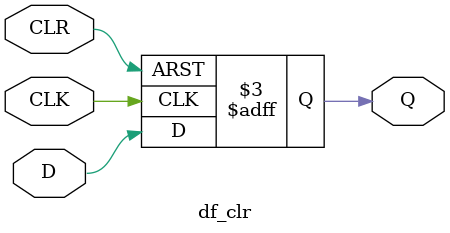
<source format=v>
module df_clr(Q, D, CLR, CLK);
input D, CLR, CLK ;
output reg Q ;

always @(posedge CLK or negedge CLR )
begin 
    if (~CLR)
    begin 
        Q <= 0 ;
    end
    else 
    begin 
        Q <= D ;
    end
end
endmodule 
</source>
